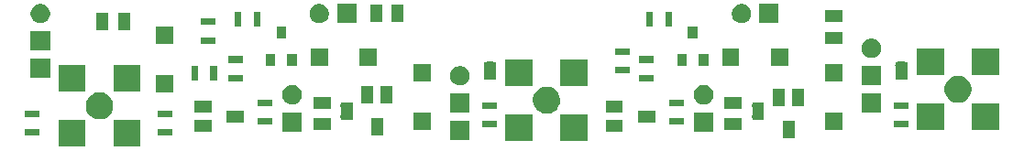
<source format=gbr>
G04 #@! TF.GenerationSoftware,KiCad,Pcbnew,(5.1.4)-1*
G04 #@! TF.CreationDate,2020-05-25T21:58:02+03:00*
G04 #@! TF.ProjectId,naa,6e61612e-6b69-4636-9164-5f7063625858,rev?*
G04 #@! TF.SameCoordinates,Original*
G04 #@! TF.FileFunction,Soldermask,Top*
G04 #@! TF.FilePolarity,Negative*
%FSLAX46Y46*%
G04 Gerber Fmt 4.6, Leading zero omitted, Abs format (unit mm)*
G04 Created by KiCad (PCBNEW (5.1.4)-1) date 2020-05-25 21:58:02*
%MOMM*%
%LPD*%
G04 APERTURE LIST*
%ADD10C,0.100000*%
G04 APERTURE END LIST*
D10*
G36*
X195500000Y-71750000D02*
G01*
X195500000Y-70250000D01*
X196500000Y-70250000D01*
X196500000Y-71750000D01*
X195500000Y-71750000D01*
G37*
X195500000Y-71750000D02*
X195500000Y-70250000D01*
X196500000Y-70250000D01*
X196500000Y-71750000D01*
X195500000Y-71750000D01*
G36*
X183250000Y-74000000D02*
G01*
X183250000Y-75500000D01*
X182250000Y-75500000D01*
X182250000Y-74000000D01*
X183250000Y-74000000D01*
G37*
X183250000Y-74000000D02*
X183250000Y-75500000D01*
X182250000Y-75500000D01*
X182250000Y-74000000D01*
X183250000Y-74000000D01*
G36*
X157500000Y-71750000D02*
G01*
X157500000Y-70250000D01*
X158500000Y-70250000D01*
X158500000Y-71750000D01*
X157500000Y-71750000D01*
G37*
X157500000Y-71750000D02*
X157500000Y-70250000D01*
X158500000Y-70250000D01*
X158500000Y-71750000D01*
X157500000Y-71750000D01*
G36*
X145250000Y-74000000D02*
G01*
X145250000Y-75500000D01*
X144250000Y-75500000D01*
X144250000Y-74000000D01*
X145250000Y-74000000D01*
G37*
X145250000Y-74000000D02*
X145250000Y-75500000D01*
X144250000Y-75500000D01*
X144250000Y-74000000D01*
X145250000Y-74000000D01*
G36*
X125751000Y-78081000D02*
G01*
X123249000Y-78081000D01*
X123249000Y-75579000D01*
X125751000Y-75579000D01*
X125751000Y-78081000D01*
X125751000Y-78081000D01*
G37*
G36*
X120671000Y-78081000D02*
G01*
X118169000Y-78081000D01*
X118169000Y-75579000D01*
X120671000Y-75579000D01*
X120671000Y-78081000D01*
X120671000Y-78081000D01*
G37*
G36*
X161961000Y-77541000D02*
G01*
X159459000Y-77541000D01*
X159459000Y-75039000D01*
X161961000Y-75039000D01*
X161961000Y-77541000D01*
X161961000Y-77541000D01*
G37*
G36*
X167041000Y-77541000D02*
G01*
X164539000Y-77541000D01*
X164539000Y-75039000D01*
X167041000Y-75039000D01*
X167041000Y-77541000D01*
X167041000Y-77541000D01*
G37*
G36*
X156151000Y-77481000D02*
G01*
X154349000Y-77481000D01*
X154349000Y-75679000D01*
X156151000Y-75679000D01*
X156151000Y-77481000D01*
X156151000Y-77481000D01*
G37*
G36*
X186151000Y-77301000D02*
G01*
X185049000Y-77301000D01*
X185049000Y-75699000D01*
X186151000Y-75699000D01*
X186151000Y-77301000D01*
X186151000Y-77301000D01*
G37*
G36*
X148151000Y-77051000D02*
G01*
X147049000Y-77051000D01*
X147049000Y-75449000D01*
X148151000Y-75449000D01*
X148151000Y-77051000D01*
X148151000Y-77051000D01*
G37*
G36*
X116426000Y-77051000D02*
G01*
X115074000Y-77051000D01*
X115074000Y-76449000D01*
X116426000Y-76449000D01*
X116426000Y-77051000D01*
X116426000Y-77051000D01*
G37*
G36*
X128676000Y-77051000D02*
G01*
X127324000Y-77051000D01*
X127324000Y-76449000D01*
X128676000Y-76449000D01*
X128676000Y-77051000D01*
X128676000Y-77051000D01*
G37*
G36*
X170301000Y-76701000D02*
G01*
X168699000Y-76701000D01*
X168699000Y-75599000D01*
X170301000Y-75599000D01*
X170301000Y-76701000D01*
X170301000Y-76701000D01*
G37*
G36*
X132301000Y-76701000D02*
G01*
X130699000Y-76701000D01*
X130699000Y-75599000D01*
X132301000Y-75599000D01*
X132301000Y-76701000D01*
X132301000Y-76701000D01*
G37*
G36*
X140651000Y-76691000D02*
G01*
X138849000Y-76691000D01*
X138849000Y-74889000D01*
X140651000Y-74889000D01*
X140651000Y-76691000D01*
X140651000Y-76691000D01*
G37*
G36*
X178651000Y-76691000D02*
G01*
X176849000Y-76691000D01*
X176849000Y-74889000D01*
X178651000Y-74889000D01*
X178651000Y-76691000D01*
X178651000Y-76691000D01*
G37*
G36*
X181301000Y-76551000D02*
G01*
X179699000Y-76551000D01*
X179699000Y-75449000D01*
X181301000Y-75449000D01*
X181301000Y-76551000D01*
X181301000Y-76551000D01*
G37*
G36*
X190551000Y-76551000D02*
G01*
X188949000Y-76551000D01*
X188949000Y-74949000D01*
X190551000Y-74949000D01*
X190551000Y-76551000D01*
X190551000Y-76551000D01*
G37*
G36*
X143301000Y-76551000D02*
G01*
X141699000Y-76551000D01*
X141699000Y-75449000D01*
X143301000Y-75449000D01*
X143301000Y-76551000D01*
X143301000Y-76551000D01*
G37*
G36*
X152551000Y-76551000D02*
G01*
X150949000Y-76551000D01*
X150949000Y-74949000D01*
X152551000Y-74949000D01*
X152551000Y-76551000D01*
X152551000Y-76551000D01*
G37*
G36*
X199961000Y-76541000D02*
G01*
X197459000Y-76541000D01*
X197459000Y-74039000D01*
X199961000Y-74039000D01*
X199961000Y-76541000D01*
X199961000Y-76541000D01*
G37*
G36*
X205041000Y-76541000D02*
G01*
X202539000Y-76541000D01*
X202539000Y-74039000D01*
X205041000Y-74039000D01*
X205041000Y-76541000D01*
X205041000Y-76541000D01*
G37*
G36*
X196676000Y-76301000D02*
G01*
X195324000Y-76301000D01*
X195324000Y-75699000D01*
X196676000Y-75699000D01*
X196676000Y-76301000D01*
X196676000Y-76301000D01*
G37*
G36*
X158676000Y-76301000D02*
G01*
X157324000Y-76301000D01*
X157324000Y-75699000D01*
X158676000Y-75699000D01*
X158676000Y-76301000D01*
X158676000Y-76301000D01*
G37*
G36*
X175926000Y-76051000D02*
G01*
X174574000Y-76051000D01*
X174574000Y-75449000D01*
X175926000Y-75449000D01*
X175926000Y-76051000D01*
X175926000Y-76051000D01*
G37*
G36*
X137926000Y-76051000D02*
G01*
X136574000Y-76051000D01*
X136574000Y-75449000D01*
X137926000Y-75449000D01*
X137926000Y-76051000D01*
X137926000Y-76051000D01*
G37*
G36*
X135301000Y-75801000D02*
G01*
X133699000Y-75801000D01*
X133699000Y-74699000D01*
X135301000Y-74699000D01*
X135301000Y-75801000D01*
X135301000Y-75801000D01*
G37*
G36*
X173301000Y-75801000D02*
G01*
X171699000Y-75801000D01*
X171699000Y-74699000D01*
X173301000Y-74699000D01*
X173301000Y-75801000D01*
X173301000Y-75801000D01*
G37*
G36*
X145059004Y-74953355D02*
G01*
X145087376Y-74961962D01*
X145115745Y-74970567D01*
X145115747Y-74970568D01*
X145168031Y-74998514D01*
X145168032Y-74998515D01*
X145168036Y-74998517D01*
X145213869Y-75036131D01*
X145251483Y-75081964D01*
X145251485Y-75081968D01*
X145251486Y-75081969D01*
X145279432Y-75134253D01*
X145296645Y-75190996D01*
X145302456Y-75250000D01*
X145296645Y-75309004D01*
X145279432Y-75365747D01*
X145261860Y-75398623D01*
X145251483Y-75418036D01*
X145213869Y-75463869D01*
X145168036Y-75501483D01*
X145168032Y-75501485D01*
X145168031Y-75501486D01*
X145115747Y-75529432D01*
X145115745Y-75529433D01*
X145087375Y-75538039D01*
X145059004Y-75546645D01*
X145014786Y-75551000D01*
X144485214Y-75551000D01*
X144440996Y-75546645D01*
X144412624Y-75538038D01*
X144384255Y-75529433D01*
X144384253Y-75529432D01*
X144331969Y-75501486D01*
X144331968Y-75501485D01*
X144331964Y-75501483D01*
X144286131Y-75463869D01*
X144248517Y-75418036D01*
X144238141Y-75398623D01*
X144220568Y-75365747D01*
X144203355Y-75309004D01*
X144197544Y-75250000D01*
X144203355Y-75190996D01*
X144220568Y-75134253D01*
X144248514Y-75081969D01*
X144248515Y-75081968D01*
X144248517Y-75081964D01*
X144286131Y-75036131D01*
X144331964Y-74998517D01*
X144331968Y-74998515D01*
X144331969Y-74998514D01*
X144384253Y-74970568D01*
X144384255Y-74970567D01*
X144412624Y-74961962D01*
X144440996Y-74953355D01*
X144485214Y-74949000D01*
X145014786Y-74949000D01*
X145059004Y-74953355D01*
X145059004Y-74953355D01*
G37*
G36*
X183059004Y-74953355D02*
G01*
X183087376Y-74961962D01*
X183115745Y-74970567D01*
X183115747Y-74970568D01*
X183168031Y-74998514D01*
X183168032Y-74998515D01*
X183168036Y-74998517D01*
X183213869Y-75036131D01*
X183251483Y-75081964D01*
X183251485Y-75081968D01*
X183251486Y-75081969D01*
X183279432Y-75134253D01*
X183296645Y-75190996D01*
X183302456Y-75250000D01*
X183296645Y-75309004D01*
X183279432Y-75365747D01*
X183261860Y-75398623D01*
X183251483Y-75418036D01*
X183213869Y-75463869D01*
X183168036Y-75501483D01*
X183168032Y-75501485D01*
X183168031Y-75501486D01*
X183115747Y-75529432D01*
X183115745Y-75529433D01*
X183087375Y-75538039D01*
X183059004Y-75546645D01*
X183014786Y-75551000D01*
X182485214Y-75551000D01*
X182440996Y-75546645D01*
X182412624Y-75538038D01*
X182384255Y-75529433D01*
X182384253Y-75529432D01*
X182331969Y-75501486D01*
X182331968Y-75501485D01*
X182331964Y-75501483D01*
X182286131Y-75463869D01*
X182248517Y-75418036D01*
X182238141Y-75398623D01*
X182220568Y-75365747D01*
X182203355Y-75309004D01*
X182197544Y-75250000D01*
X182203355Y-75190996D01*
X182220568Y-75134253D01*
X182248514Y-75081969D01*
X182248515Y-75081968D01*
X182248517Y-75081964D01*
X182286131Y-75036131D01*
X182331964Y-74998517D01*
X182331968Y-74998515D01*
X182331969Y-74998514D01*
X182384253Y-74970568D01*
X182384255Y-74970567D01*
X182412624Y-74961962D01*
X182440996Y-74953355D01*
X182485214Y-74949000D01*
X183014786Y-74949000D01*
X183059004Y-74953355D01*
X183059004Y-74953355D01*
G37*
G36*
X122324903Y-73087075D02*
G01*
X122504000Y-73161259D01*
X122552571Y-73181378D01*
X122757466Y-73318285D01*
X122931715Y-73492534D01*
X123021420Y-73626787D01*
X123068623Y-73697431D01*
X123162925Y-73925097D01*
X123211000Y-74166786D01*
X123211000Y-74413214D01*
X123183593Y-74551000D01*
X123162925Y-74654903D01*
X123068622Y-74882571D01*
X122931715Y-75087466D01*
X122757466Y-75261715D01*
X122552571Y-75398622D01*
X122552570Y-75398623D01*
X122552569Y-75398623D01*
X122324903Y-75492925D01*
X122083214Y-75541000D01*
X121836786Y-75541000D01*
X121595097Y-75492925D01*
X121367431Y-75398623D01*
X121367430Y-75398623D01*
X121367429Y-75398622D01*
X121162534Y-75261715D01*
X120988285Y-75087466D01*
X120851378Y-74882571D01*
X120757075Y-74654903D01*
X120736407Y-74551000D01*
X120709000Y-74413214D01*
X120709000Y-74166786D01*
X120757075Y-73925097D01*
X120851377Y-73697431D01*
X120898580Y-73626787D01*
X120988285Y-73492534D01*
X121162534Y-73318285D01*
X121367429Y-73181378D01*
X121416001Y-73161259D01*
X121595097Y-73087075D01*
X121836786Y-73039000D01*
X122083214Y-73039000D01*
X122324903Y-73087075D01*
X122324903Y-73087075D01*
G37*
G36*
X128676000Y-75301000D02*
G01*
X127324000Y-75301000D01*
X127324000Y-74699000D01*
X128676000Y-74699000D01*
X128676000Y-75301000D01*
X128676000Y-75301000D01*
G37*
G36*
X116426000Y-75301000D02*
G01*
X115074000Y-75301000D01*
X115074000Y-74699000D01*
X116426000Y-74699000D01*
X116426000Y-75301000D01*
X116426000Y-75301000D01*
G37*
G36*
X163614903Y-72547075D02*
G01*
X163842571Y-72641378D01*
X164047466Y-72778285D01*
X164221715Y-72952534D01*
X164330207Y-73114903D01*
X164358623Y-73157431D01*
X164452925Y-73385097D01*
X164501000Y-73626786D01*
X164501000Y-73873214D01*
X164468023Y-74039000D01*
X164452925Y-74114903D01*
X164358622Y-74342571D01*
X164221715Y-74547466D01*
X164047466Y-74721715D01*
X163842571Y-74858622D01*
X163842570Y-74858623D01*
X163842569Y-74858623D01*
X163614903Y-74952925D01*
X163373214Y-75001000D01*
X163126786Y-75001000D01*
X162885097Y-74952925D01*
X162657431Y-74858623D01*
X162657430Y-74858623D01*
X162657429Y-74858622D01*
X162452534Y-74721715D01*
X162278285Y-74547466D01*
X162141378Y-74342571D01*
X162047075Y-74114903D01*
X162031977Y-74039000D01*
X161999000Y-73873214D01*
X161999000Y-73626786D01*
X162047075Y-73385097D01*
X162141377Y-73157431D01*
X162169793Y-73114903D01*
X162278285Y-72952534D01*
X162452534Y-72778285D01*
X162657429Y-72641378D01*
X162885097Y-72547075D01*
X163126786Y-72499000D01*
X163373214Y-72499000D01*
X163614903Y-72547075D01*
X163614903Y-72547075D01*
G37*
G36*
X156151000Y-74941000D02*
G01*
X154349000Y-74941000D01*
X154349000Y-73139000D01*
X156151000Y-73139000D01*
X156151000Y-74941000D01*
X156151000Y-74941000D01*
G37*
G36*
X194151000Y-74941000D02*
G01*
X192349000Y-74941000D01*
X192349000Y-73139000D01*
X194151000Y-73139000D01*
X194151000Y-74941000D01*
X194151000Y-74941000D01*
G37*
G36*
X170301000Y-74901000D02*
G01*
X168699000Y-74901000D01*
X168699000Y-73799000D01*
X170301000Y-73799000D01*
X170301000Y-74901000D01*
X170301000Y-74901000D01*
G37*
G36*
X132301000Y-74901000D02*
G01*
X130699000Y-74901000D01*
X130699000Y-73799000D01*
X132301000Y-73799000D01*
X132301000Y-74901000D01*
X132301000Y-74901000D01*
G37*
G36*
X183059004Y-73953355D02*
G01*
X183087375Y-73961961D01*
X183115745Y-73970567D01*
X183115747Y-73970568D01*
X183168031Y-73998514D01*
X183168032Y-73998515D01*
X183168036Y-73998517D01*
X183213869Y-74036131D01*
X183251483Y-74081964D01*
X183251485Y-74081968D01*
X183251486Y-74081969D01*
X183279432Y-74134253D01*
X183296645Y-74190996D01*
X183302456Y-74250000D01*
X183296645Y-74309004D01*
X183296644Y-74309006D01*
X183286463Y-74342571D01*
X183279432Y-74365747D01*
X183254061Y-74413214D01*
X183251483Y-74418036D01*
X183213869Y-74463869D01*
X183168036Y-74501483D01*
X183168032Y-74501485D01*
X183168031Y-74501486D01*
X183115747Y-74529432D01*
X183115745Y-74529433D01*
X183087376Y-74538038D01*
X183059004Y-74546645D01*
X183014786Y-74551000D01*
X182485214Y-74551000D01*
X182440996Y-74546645D01*
X182412624Y-74538038D01*
X182384255Y-74529433D01*
X182384253Y-74529432D01*
X182331969Y-74501486D01*
X182331968Y-74501485D01*
X182331964Y-74501483D01*
X182286131Y-74463869D01*
X182248517Y-74418036D01*
X182245940Y-74413214D01*
X182220568Y-74365747D01*
X182213538Y-74342571D01*
X182203356Y-74309006D01*
X182203355Y-74309004D01*
X182197544Y-74250000D01*
X182203355Y-74190996D01*
X182220568Y-74134253D01*
X182248514Y-74081969D01*
X182248515Y-74081968D01*
X182248517Y-74081964D01*
X182286131Y-74036131D01*
X182331964Y-73998517D01*
X182331968Y-73998515D01*
X182331969Y-73998514D01*
X182384253Y-73970568D01*
X182384255Y-73970567D01*
X182412624Y-73961962D01*
X182440996Y-73953355D01*
X182485214Y-73949000D01*
X183014786Y-73949000D01*
X183059004Y-73953355D01*
X183059004Y-73953355D01*
G37*
G36*
X181301000Y-74551000D02*
G01*
X179699000Y-74551000D01*
X179699000Y-73449000D01*
X181301000Y-73449000D01*
X181301000Y-74551000D01*
X181301000Y-74551000D01*
G37*
G36*
X158676000Y-74551000D02*
G01*
X157324000Y-74551000D01*
X157324000Y-73949000D01*
X158676000Y-73949000D01*
X158676000Y-74551000D01*
X158676000Y-74551000D01*
G37*
G36*
X143301000Y-74551000D02*
G01*
X141699000Y-74551000D01*
X141699000Y-73449000D01*
X143301000Y-73449000D01*
X143301000Y-74551000D01*
X143301000Y-74551000D01*
G37*
G36*
X145059004Y-73953355D02*
G01*
X145087375Y-73961961D01*
X145115745Y-73970567D01*
X145115747Y-73970568D01*
X145168031Y-73998514D01*
X145168032Y-73998515D01*
X145168036Y-73998517D01*
X145213869Y-74036131D01*
X145251483Y-74081964D01*
X145251485Y-74081968D01*
X145251486Y-74081969D01*
X145279432Y-74134253D01*
X145296645Y-74190996D01*
X145302456Y-74250000D01*
X145296645Y-74309004D01*
X145296644Y-74309006D01*
X145286463Y-74342571D01*
X145279432Y-74365747D01*
X145254061Y-74413214D01*
X145251483Y-74418036D01*
X145213869Y-74463869D01*
X145168036Y-74501483D01*
X145168032Y-74501485D01*
X145168031Y-74501486D01*
X145115747Y-74529432D01*
X145115745Y-74529433D01*
X145087376Y-74538038D01*
X145059004Y-74546645D01*
X145014786Y-74551000D01*
X144485214Y-74551000D01*
X144440996Y-74546645D01*
X144412624Y-74538038D01*
X144384255Y-74529433D01*
X144384253Y-74529432D01*
X144331969Y-74501486D01*
X144331968Y-74501485D01*
X144331964Y-74501483D01*
X144286131Y-74463869D01*
X144248517Y-74418036D01*
X144245940Y-74413214D01*
X144220568Y-74365747D01*
X144213538Y-74342571D01*
X144203356Y-74309006D01*
X144203355Y-74309004D01*
X144197544Y-74250000D01*
X144203355Y-74190996D01*
X144220568Y-74134253D01*
X144248514Y-74081969D01*
X144248515Y-74081968D01*
X144248517Y-74081964D01*
X144286131Y-74036131D01*
X144331964Y-73998517D01*
X144331968Y-73998515D01*
X144331969Y-73998514D01*
X144384253Y-73970568D01*
X144384255Y-73970567D01*
X144412624Y-73961962D01*
X144440996Y-73953355D01*
X144485214Y-73949000D01*
X145014786Y-73949000D01*
X145059004Y-73953355D01*
X145059004Y-73953355D01*
G37*
G36*
X196676000Y-74551000D02*
G01*
X195324000Y-74551000D01*
X195324000Y-73949000D01*
X196676000Y-73949000D01*
X196676000Y-74551000D01*
X196676000Y-74551000D01*
G37*
G36*
X175926000Y-74301000D02*
G01*
X174574000Y-74301000D01*
X174574000Y-73699000D01*
X175926000Y-73699000D01*
X175926000Y-74301000D01*
X175926000Y-74301000D01*
G37*
G36*
X187051000Y-74301000D02*
G01*
X185949000Y-74301000D01*
X185949000Y-72699000D01*
X187051000Y-72699000D01*
X187051000Y-74301000D01*
X187051000Y-74301000D01*
G37*
G36*
X137926000Y-74301000D02*
G01*
X136574000Y-74301000D01*
X136574000Y-73699000D01*
X137926000Y-73699000D01*
X137926000Y-74301000D01*
X137926000Y-74301000D01*
G37*
G36*
X185251000Y-74301000D02*
G01*
X184149000Y-74301000D01*
X184149000Y-72699000D01*
X185251000Y-72699000D01*
X185251000Y-74301000D01*
X185251000Y-74301000D01*
G37*
G36*
X177863512Y-72353927D02*
G01*
X178012812Y-72383624D01*
X178176784Y-72451544D01*
X178324354Y-72550147D01*
X178449853Y-72675646D01*
X178548456Y-72823216D01*
X178616376Y-72987188D01*
X178651000Y-73161259D01*
X178651000Y-73338741D01*
X178616376Y-73512812D01*
X178548456Y-73676784D01*
X178449853Y-73824354D01*
X178324354Y-73949853D01*
X178176784Y-74048456D01*
X178012812Y-74116376D01*
X177863512Y-74146073D01*
X177838742Y-74151000D01*
X177661258Y-74151000D01*
X177636488Y-74146073D01*
X177487188Y-74116376D01*
X177323216Y-74048456D01*
X177175646Y-73949853D01*
X177050147Y-73824354D01*
X176951544Y-73676784D01*
X176883624Y-73512812D01*
X176849000Y-73338741D01*
X176849000Y-73161259D01*
X176883624Y-72987188D01*
X176951544Y-72823216D01*
X177050147Y-72675646D01*
X177175646Y-72550147D01*
X177323216Y-72451544D01*
X177487188Y-72383624D01*
X177636488Y-72353927D01*
X177661258Y-72349000D01*
X177838742Y-72349000D01*
X177863512Y-72353927D01*
X177863512Y-72353927D01*
G37*
G36*
X139863512Y-72353927D02*
G01*
X140012812Y-72383624D01*
X140176784Y-72451544D01*
X140324354Y-72550147D01*
X140449853Y-72675646D01*
X140548456Y-72823216D01*
X140616376Y-72987188D01*
X140651000Y-73161259D01*
X140651000Y-73338741D01*
X140616376Y-73512812D01*
X140548456Y-73676784D01*
X140449853Y-73824354D01*
X140324354Y-73949853D01*
X140176784Y-74048456D01*
X140012812Y-74116376D01*
X139863512Y-74146073D01*
X139838742Y-74151000D01*
X139661258Y-74151000D01*
X139636488Y-74146073D01*
X139487188Y-74116376D01*
X139323216Y-74048456D01*
X139175646Y-73949853D01*
X139050147Y-73824354D01*
X138951544Y-73676784D01*
X138883624Y-73512812D01*
X138849000Y-73338741D01*
X138849000Y-73161259D01*
X138883624Y-72987188D01*
X138951544Y-72823216D01*
X139050147Y-72675646D01*
X139175646Y-72550147D01*
X139323216Y-72451544D01*
X139487188Y-72383624D01*
X139636488Y-72353927D01*
X139661258Y-72349000D01*
X139838742Y-72349000D01*
X139863512Y-72353927D01*
X139863512Y-72353927D01*
G37*
G36*
X147251000Y-74051000D02*
G01*
X146149000Y-74051000D01*
X146149000Y-72449000D01*
X147251000Y-72449000D01*
X147251000Y-74051000D01*
X147251000Y-74051000D01*
G37*
G36*
X149051000Y-74051000D02*
G01*
X147949000Y-74051000D01*
X147949000Y-72449000D01*
X149051000Y-72449000D01*
X149051000Y-74051000D01*
X149051000Y-74051000D01*
G37*
G36*
X201614903Y-71547075D02*
G01*
X201780688Y-71615745D01*
X201842571Y-71641378D01*
X202047466Y-71778285D01*
X202221715Y-71952534D01*
X202221716Y-71952536D01*
X202358623Y-72157431D01*
X202452925Y-72385097D01*
X202501000Y-72626786D01*
X202501000Y-72873214D01*
X202452925Y-73114903D01*
X202360209Y-73338741D01*
X202358622Y-73342571D01*
X202221715Y-73547466D01*
X202047466Y-73721715D01*
X201842571Y-73858622D01*
X201842570Y-73858623D01*
X201842569Y-73858623D01*
X201614903Y-73952925D01*
X201373214Y-74001000D01*
X201126786Y-74001000D01*
X200885097Y-73952925D01*
X200657431Y-73858623D01*
X200657430Y-73858623D01*
X200657429Y-73858622D01*
X200452534Y-73721715D01*
X200278285Y-73547466D01*
X200141378Y-73342571D01*
X200139792Y-73338741D01*
X200047075Y-73114903D01*
X199999000Y-72873214D01*
X199999000Y-72626786D01*
X200047075Y-72385097D01*
X200141377Y-72157431D01*
X200278284Y-71952536D01*
X200278285Y-71952534D01*
X200452534Y-71778285D01*
X200657429Y-71641378D01*
X200719313Y-71615745D01*
X200885097Y-71547075D01*
X201126786Y-71499000D01*
X201373214Y-71499000D01*
X201614903Y-71547075D01*
X201614903Y-71547075D01*
G37*
G36*
X128801000Y-73051000D02*
G01*
X127199000Y-73051000D01*
X127199000Y-71449000D01*
X128801000Y-71449000D01*
X128801000Y-73051000D01*
X128801000Y-73051000D01*
G37*
G36*
X125751000Y-73001000D02*
G01*
X123249000Y-73001000D01*
X123249000Y-70499000D01*
X125751000Y-70499000D01*
X125751000Y-73001000D01*
X125751000Y-73001000D01*
G37*
G36*
X120671000Y-73001000D02*
G01*
X118169000Y-73001000D01*
X118169000Y-70499000D01*
X120671000Y-70499000D01*
X120671000Y-73001000D01*
X120671000Y-73001000D01*
G37*
G36*
X167041000Y-72461000D02*
G01*
X164539000Y-72461000D01*
X164539000Y-69959000D01*
X167041000Y-69959000D01*
X167041000Y-72461000D01*
X167041000Y-72461000D01*
G37*
G36*
X161961000Y-72461000D02*
G01*
X159459000Y-72461000D01*
X159459000Y-69959000D01*
X161961000Y-69959000D01*
X161961000Y-72461000D01*
X161961000Y-72461000D01*
G37*
G36*
X155363512Y-70603927D02*
G01*
X155512812Y-70633624D01*
X155676784Y-70701544D01*
X155824354Y-70800147D01*
X155949853Y-70925646D01*
X156048456Y-71073216D01*
X156116376Y-71237188D01*
X156151000Y-71411259D01*
X156151000Y-71588741D01*
X156116376Y-71762812D01*
X156048456Y-71926784D01*
X155949853Y-72074354D01*
X155824354Y-72199853D01*
X155676784Y-72298456D01*
X155512812Y-72366376D01*
X155363512Y-72396073D01*
X155338742Y-72401000D01*
X155161258Y-72401000D01*
X155136488Y-72396073D01*
X154987188Y-72366376D01*
X154823216Y-72298456D01*
X154675646Y-72199853D01*
X154550147Y-72074354D01*
X154451544Y-71926784D01*
X154383624Y-71762812D01*
X154349000Y-71588741D01*
X154349000Y-71411259D01*
X154383624Y-71237188D01*
X154451544Y-71073216D01*
X154550147Y-70925646D01*
X154675646Y-70800147D01*
X154823216Y-70701544D01*
X154987188Y-70633624D01*
X155136488Y-70603927D01*
X155161258Y-70599000D01*
X155338742Y-70599000D01*
X155363512Y-70603927D01*
X155363512Y-70603927D01*
G37*
G36*
X194151000Y-72401000D02*
G01*
X192349000Y-72401000D01*
X192349000Y-70599000D01*
X194151000Y-70599000D01*
X194151000Y-72401000D01*
X194151000Y-72401000D01*
G37*
G36*
X152551000Y-72051000D02*
G01*
X150949000Y-72051000D01*
X150949000Y-70449000D01*
X152551000Y-70449000D01*
X152551000Y-72051000D01*
X152551000Y-72051000D01*
G37*
G36*
X190551000Y-72051000D02*
G01*
X188949000Y-72051000D01*
X188949000Y-70449000D01*
X190551000Y-70449000D01*
X190551000Y-72051000D01*
X190551000Y-72051000D01*
G37*
G36*
X135176000Y-72051000D02*
G01*
X133824000Y-72051000D01*
X133824000Y-71449000D01*
X135176000Y-71449000D01*
X135176000Y-72051000D01*
X135176000Y-72051000D01*
G37*
G36*
X173176000Y-72051000D02*
G01*
X171824000Y-72051000D01*
X171824000Y-71449000D01*
X173176000Y-71449000D01*
X173176000Y-72051000D01*
X173176000Y-72051000D01*
G37*
G36*
X131051000Y-71926000D02*
G01*
X130449000Y-71926000D01*
X130449000Y-70574000D01*
X131051000Y-70574000D01*
X131051000Y-71926000D01*
X131051000Y-71926000D01*
G37*
G36*
X132801000Y-71926000D02*
G01*
X132199000Y-71926000D01*
X132199000Y-70574000D01*
X132801000Y-70574000D01*
X132801000Y-71926000D01*
X132801000Y-71926000D01*
G37*
G36*
X158309004Y-71203355D02*
G01*
X158337376Y-71211962D01*
X158365745Y-71220567D01*
X158365747Y-71220568D01*
X158418031Y-71248514D01*
X158418032Y-71248515D01*
X158418036Y-71248517D01*
X158463869Y-71286131D01*
X158501483Y-71331964D01*
X158501485Y-71331968D01*
X158501486Y-71331969D01*
X158529432Y-71384253D01*
X158546645Y-71440996D01*
X158552456Y-71500000D01*
X158546645Y-71559004D01*
X158529432Y-71615747D01*
X158515733Y-71641377D01*
X158501483Y-71668036D01*
X158463869Y-71713869D01*
X158418036Y-71751483D01*
X158418032Y-71751485D01*
X158418031Y-71751486D01*
X158396843Y-71762811D01*
X158365745Y-71779433D01*
X158337376Y-71788038D01*
X158309004Y-71796645D01*
X158264786Y-71801000D01*
X157735214Y-71801000D01*
X157690996Y-71796645D01*
X157662625Y-71788039D01*
X157634255Y-71779433D01*
X157603157Y-71762811D01*
X157581969Y-71751486D01*
X157581968Y-71751485D01*
X157581964Y-71751483D01*
X157536131Y-71713869D01*
X157498517Y-71668036D01*
X157484268Y-71641377D01*
X157470568Y-71615747D01*
X157453355Y-71559004D01*
X157447544Y-71500000D01*
X157453355Y-71440996D01*
X157470568Y-71384253D01*
X157498514Y-71331969D01*
X157498515Y-71331968D01*
X157498517Y-71331964D01*
X157536131Y-71286131D01*
X157581964Y-71248517D01*
X157581968Y-71248515D01*
X157581969Y-71248514D01*
X157634253Y-71220568D01*
X157634255Y-71220567D01*
X157662624Y-71211962D01*
X157690996Y-71203355D01*
X157735214Y-71199000D01*
X158264786Y-71199000D01*
X158309004Y-71203355D01*
X158309004Y-71203355D01*
G37*
G36*
X196309004Y-71203355D02*
G01*
X196337376Y-71211962D01*
X196365745Y-71220567D01*
X196365747Y-71220568D01*
X196418031Y-71248514D01*
X196418032Y-71248515D01*
X196418036Y-71248517D01*
X196463869Y-71286131D01*
X196501483Y-71331964D01*
X196501485Y-71331968D01*
X196501486Y-71331969D01*
X196529432Y-71384253D01*
X196546645Y-71440996D01*
X196552456Y-71500000D01*
X196546645Y-71559004D01*
X196529432Y-71615747D01*
X196515733Y-71641377D01*
X196501483Y-71668036D01*
X196463869Y-71713869D01*
X196418036Y-71751483D01*
X196418032Y-71751485D01*
X196418031Y-71751486D01*
X196396843Y-71762811D01*
X196365745Y-71779433D01*
X196337376Y-71788038D01*
X196309004Y-71796645D01*
X196264786Y-71801000D01*
X195735214Y-71801000D01*
X195690996Y-71796645D01*
X195662625Y-71788039D01*
X195634255Y-71779433D01*
X195603157Y-71762811D01*
X195581969Y-71751486D01*
X195581968Y-71751485D01*
X195581964Y-71751483D01*
X195536131Y-71713869D01*
X195498517Y-71668036D01*
X195484268Y-71641377D01*
X195470568Y-71615747D01*
X195453355Y-71559004D01*
X195447544Y-71500000D01*
X195453355Y-71440996D01*
X195470568Y-71384253D01*
X195498514Y-71331969D01*
X195498515Y-71331968D01*
X195498517Y-71331964D01*
X195536131Y-71286131D01*
X195581964Y-71248517D01*
X195581968Y-71248515D01*
X195581969Y-71248514D01*
X195634253Y-71220568D01*
X195634255Y-71220567D01*
X195662624Y-71211962D01*
X195690996Y-71203355D01*
X195735214Y-71199000D01*
X196264786Y-71199000D01*
X196309004Y-71203355D01*
X196309004Y-71203355D01*
G37*
G36*
X117401000Y-71731000D02*
G01*
X115599000Y-71731000D01*
X115599000Y-69929000D01*
X117401000Y-69929000D01*
X117401000Y-71731000D01*
X117401000Y-71731000D01*
G37*
G36*
X199961000Y-71461000D02*
G01*
X197459000Y-71461000D01*
X197459000Y-68959000D01*
X199961000Y-68959000D01*
X199961000Y-71461000D01*
X199961000Y-71461000D01*
G37*
G36*
X205041000Y-71461000D02*
G01*
X202539000Y-71461000D01*
X202539000Y-68959000D01*
X205041000Y-68959000D01*
X205041000Y-71461000D01*
X205041000Y-71461000D01*
G37*
G36*
X170926000Y-71301000D02*
G01*
X169574000Y-71301000D01*
X169574000Y-70699000D01*
X170926000Y-70699000D01*
X170926000Y-71301000D01*
X170926000Y-71301000D01*
G37*
G36*
X158309004Y-70203355D02*
G01*
X158337376Y-70211962D01*
X158365745Y-70220567D01*
X158365747Y-70220568D01*
X158418031Y-70248514D01*
X158418032Y-70248515D01*
X158418036Y-70248517D01*
X158463869Y-70286131D01*
X158501483Y-70331964D01*
X158501485Y-70331968D01*
X158501486Y-70331969D01*
X158529432Y-70384253D01*
X158546645Y-70440996D01*
X158552456Y-70500000D01*
X158546645Y-70559004D01*
X158546644Y-70559006D01*
X158529433Y-70615745D01*
X158501483Y-70668036D01*
X158463869Y-70713869D01*
X158418036Y-70751483D01*
X158418032Y-70751485D01*
X158418031Y-70751486D01*
X158365747Y-70779432D01*
X158365745Y-70779433D01*
X158337375Y-70788039D01*
X158309004Y-70796645D01*
X158264786Y-70801000D01*
X157735214Y-70801000D01*
X157690996Y-70796645D01*
X157662624Y-70788038D01*
X157634255Y-70779433D01*
X157634253Y-70779432D01*
X157581969Y-70751486D01*
X157581968Y-70751485D01*
X157581964Y-70751483D01*
X157536131Y-70713869D01*
X157498517Y-70668036D01*
X157470567Y-70615745D01*
X157453356Y-70559006D01*
X157453355Y-70559004D01*
X157447544Y-70500000D01*
X157453355Y-70440996D01*
X157470568Y-70384253D01*
X157498514Y-70331969D01*
X157498515Y-70331968D01*
X157498517Y-70331964D01*
X157536131Y-70286131D01*
X157581964Y-70248517D01*
X157581968Y-70248515D01*
X157581969Y-70248514D01*
X157634253Y-70220568D01*
X157634255Y-70220567D01*
X157662624Y-70211962D01*
X157690996Y-70203355D01*
X157735214Y-70199000D01*
X158264786Y-70199000D01*
X158309004Y-70203355D01*
X158309004Y-70203355D01*
G37*
G36*
X196309004Y-70203355D02*
G01*
X196337376Y-70211962D01*
X196365745Y-70220567D01*
X196365747Y-70220568D01*
X196418031Y-70248514D01*
X196418032Y-70248515D01*
X196418036Y-70248517D01*
X196463869Y-70286131D01*
X196501483Y-70331964D01*
X196501485Y-70331968D01*
X196501486Y-70331969D01*
X196529432Y-70384253D01*
X196546645Y-70440996D01*
X196552456Y-70500000D01*
X196546645Y-70559004D01*
X196546644Y-70559006D01*
X196529433Y-70615745D01*
X196501483Y-70668036D01*
X196463869Y-70713869D01*
X196418036Y-70751483D01*
X196418032Y-70751485D01*
X196418031Y-70751486D01*
X196365747Y-70779432D01*
X196365745Y-70779433D01*
X196337375Y-70788039D01*
X196309004Y-70796645D01*
X196264786Y-70801000D01*
X195735214Y-70801000D01*
X195690996Y-70796645D01*
X195662624Y-70788038D01*
X195634255Y-70779433D01*
X195634253Y-70779432D01*
X195581969Y-70751486D01*
X195581968Y-70751485D01*
X195581964Y-70751483D01*
X195536131Y-70713869D01*
X195498517Y-70668036D01*
X195470567Y-70615745D01*
X195453356Y-70559006D01*
X195453355Y-70559004D01*
X195447544Y-70500000D01*
X195453355Y-70440996D01*
X195470568Y-70384253D01*
X195498514Y-70331969D01*
X195498515Y-70331968D01*
X195498517Y-70331964D01*
X195536131Y-70286131D01*
X195581964Y-70248517D01*
X195581968Y-70248515D01*
X195581969Y-70248514D01*
X195634253Y-70220568D01*
X195634255Y-70220567D01*
X195662624Y-70211962D01*
X195690996Y-70203355D01*
X195735214Y-70199000D01*
X196264786Y-70199000D01*
X196309004Y-70203355D01*
X196309004Y-70203355D01*
G37*
G36*
X176201000Y-70551000D02*
G01*
X175299000Y-70551000D01*
X175299000Y-69449000D01*
X176201000Y-69449000D01*
X176201000Y-70551000D01*
X176201000Y-70551000D01*
G37*
G36*
X147551000Y-70551000D02*
G01*
X145949000Y-70551000D01*
X145949000Y-68949000D01*
X147551000Y-68949000D01*
X147551000Y-70551000D01*
X147551000Y-70551000D01*
G37*
G36*
X185551000Y-70551000D02*
G01*
X183949000Y-70551000D01*
X183949000Y-68949000D01*
X185551000Y-68949000D01*
X185551000Y-70551000D01*
X185551000Y-70551000D01*
G37*
G36*
X181051000Y-70551000D02*
G01*
X179449000Y-70551000D01*
X179449000Y-68949000D01*
X181051000Y-68949000D01*
X181051000Y-70551000D01*
X181051000Y-70551000D01*
G37*
G36*
X138201000Y-70551000D02*
G01*
X137299000Y-70551000D01*
X137299000Y-69449000D01*
X138201000Y-69449000D01*
X138201000Y-70551000D01*
X138201000Y-70551000D01*
G37*
G36*
X140201000Y-70551000D02*
G01*
X139299000Y-70551000D01*
X139299000Y-69449000D01*
X140201000Y-69449000D01*
X140201000Y-70551000D01*
X140201000Y-70551000D01*
G37*
G36*
X178201000Y-70551000D02*
G01*
X177299000Y-70551000D01*
X177299000Y-69449000D01*
X178201000Y-69449000D01*
X178201000Y-70551000D01*
X178201000Y-70551000D01*
G37*
G36*
X143051000Y-70551000D02*
G01*
X141449000Y-70551000D01*
X141449000Y-68949000D01*
X143051000Y-68949000D01*
X143051000Y-70551000D01*
X143051000Y-70551000D01*
G37*
G36*
X135176000Y-70301000D02*
G01*
X133824000Y-70301000D01*
X133824000Y-69699000D01*
X135176000Y-69699000D01*
X135176000Y-70301000D01*
X135176000Y-70301000D01*
G37*
G36*
X173176000Y-70301000D02*
G01*
X171824000Y-70301000D01*
X171824000Y-69699000D01*
X173176000Y-69699000D01*
X173176000Y-70301000D01*
X173176000Y-70301000D01*
G37*
G36*
X193363512Y-68063927D02*
G01*
X193512812Y-68093624D01*
X193676784Y-68161544D01*
X193824354Y-68260147D01*
X193949853Y-68385646D01*
X194048456Y-68533216D01*
X194116376Y-68697188D01*
X194151000Y-68871259D01*
X194151000Y-69048741D01*
X194116376Y-69222812D01*
X194048456Y-69386784D01*
X193949853Y-69534354D01*
X193824354Y-69659853D01*
X193676784Y-69758456D01*
X193512812Y-69826376D01*
X193363512Y-69856073D01*
X193338742Y-69861000D01*
X193161258Y-69861000D01*
X193136488Y-69856073D01*
X192987188Y-69826376D01*
X192823216Y-69758456D01*
X192675646Y-69659853D01*
X192550147Y-69534354D01*
X192451544Y-69386784D01*
X192383624Y-69222812D01*
X192349000Y-69048741D01*
X192349000Y-68871259D01*
X192383624Y-68697188D01*
X192451544Y-68533216D01*
X192550147Y-68385646D01*
X192675646Y-68260147D01*
X192823216Y-68161544D01*
X192987188Y-68093624D01*
X193136488Y-68063927D01*
X193161258Y-68059000D01*
X193338742Y-68059000D01*
X193363512Y-68063927D01*
X193363512Y-68063927D01*
G37*
G36*
X170926000Y-69551000D02*
G01*
X169574000Y-69551000D01*
X169574000Y-68949000D01*
X170926000Y-68949000D01*
X170926000Y-69551000D01*
X170926000Y-69551000D01*
G37*
G36*
X117401000Y-69191000D02*
G01*
X115599000Y-69191000D01*
X115599000Y-67389000D01*
X117401000Y-67389000D01*
X117401000Y-69191000D01*
X117401000Y-69191000D01*
G37*
G36*
X190551000Y-68551000D02*
G01*
X188949000Y-68551000D01*
X188949000Y-67449000D01*
X190551000Y-67449000D01*
X190551000Y-68551000D01*
X190551000Y-68551000D01*
G37*
G36*
X128801000Y-68551000D02*
G01*
X127199000Y-68551000D01*
X127199000Y-66949000D01*
X128801000Y-66949000D01*
X128801000Y-68551000D01*
X128801000Y-68551000D01*
G37*
G36*
X132676000Y-68551000D02*
G01*
X131324000Y-68551000D01*
X131324000Y-67949000D01*
X132676000Y-67949000D01*
X132676000Y-68551000D01*
X132676000Y-68551000D01*
G37*
G36*
X139201000Y-68051000D02*
G01*
X138299000Y-68051000D01*
X138299000Y-66949000D01*
X139201000Y-66949000D01*
X139201000Y-68051000D01*
X139201000Y-68051000D01*
G37*
G36*
X177201000Y-68051000D02*
G01*
X176299000Y-68051000D01*
X176299000Y-66949000D01*
X177201000Y-66949000D01*
X177201000Y-68051000D01*
X177201000Y-68051000D01*
G37*
G36*
X122801000Y-67301000D02*
G01*
X121699000Y-67301000D01*
X121699000Y-65699000D01*
X122801000Y-65699000D01*
X122801000Y-67301000D01*
X122801000Y-67301000D01*
G37*
G36*
X124801000Y-67301000D02*
G01*
X123699000Y-67301000D01*
X123699000Y-65699000D01*
X124801000Y-65699000D01*
X124801000Y-67301000D01*
X124801000Y-67301000D01*
G37*
G36*
X174801000Y-66926000D02*
G01*
X174199000Y-66926000D01*
X174199000Y-65574000D01*
X174801000Y-65574000D01*
X174801000Y-66926000D01*
X174801000Y-66926000D01*
G37*
G36*
X173051000Y-66926000D02*
G01*
X172449000Y-66926000D01*
X172449000Y-65574000D01*
X173051000Y-65574000D01*
X173051000Y-66926000D01*
X173051000Y-66926000D01*
G37*
G36*
X135051000Y-66926000D02*
G01*
X134449000Y-66926000D01*
X134449000Y-65574000D01*
X135051000Y-65574000D01*
X135051000Y-66926000D01*
X135051000Y-66926000D01*
G37*
G36*
X136801000Y-66926000D02*
G01*
X136199000Y-66926000D01*
X136199000Y-65574000D01*
X136801000Y-65574000D01*
X136801000Y-66926000D01*
X136801000Y-66926000D01*
G37*
G36*
X132676000Y-66801000D02*
G01*
X131324000Y-66801000D01*
X131324000Y-66199000D01*
X132676000Y-66199000D01*
X132676000Y-66801000D01*
X132676000Y-66801000D01*
G37*
G36*
X116613512Y-64853927D02*
G01*
X116762812Y-64883624D01*
X116926784Y-64951544D01*
X117074354Y-65050147D01*
X117199853Y-65175646D01*
X117298456Y-65323216D01*
X117366376Y-65487188D01*
X117401000Y-65661259D01*
X117401000Y-65838741D01*
X117366376Y-66012812D01*
X117298456Y-66176784D01*
X117199853Y-66324354D01*
X117074354Y-66449853D01*
X116926784Y-66548456D01*
X116762812Y-66616376D01*
X116613512Y-66646073D01*
X116588742Y-66651000D01*
X116411258Y-66651000D01*
X116386488Y-66646073D01*
X116237188Y-66616376D01*
X116073216Y-66548456D01*
X115925646Y-66449853D01*
X115800147Y-66324354D01*
X115701544Y-66176784D01*
X115633624Y-66012812D01*
X115599000Y-65838741D01*
X115599000Y-65661259D01*
X115633624Y-65487188D01*
X115701544Y-65323216D01*
X115800147Y-65175646D01*
X115925646Y-65050147D01*
X116073216Y-64951544D01*
X116237188Y-64883624D01*
X116386488Y-64853927D01*
X116411258Y-64849000D01*
X116588742Y-64849000D01*
X116613512Y-64853927D01*
X116613512Y-64853927D01*
G37*
G36*
X181363512Y-64853927D02*
G01*
X181512812Y-64883624D01*
X181676784Y-64951544D01*
X181824354Y-65050147D01*
X181949853Y-65175646D01*
X182048456Y-65323216D01*
X182116376Y-65487188D01*
X182151000Y-65661259D01*
X182151000Y-65838741D01*
X182116376Y-66012812D01*
X182048456Y-66176784D01*
X181949853Y-66324354D01*
X181824354Y-66449853D01*
X181676784Y-66548456D01*
X181512812Y-66616376D01*
X181363512Y-66646073D01*
X181338742Y-66651000D01*
X181161258Y-66651000D01*
X181136488Y-66646073D01*
X180987188Y-66616376D01*
X180823216Y-66548456D01*
X180675646Y-66449853D01*
X180550147Y-66324354D01*
X180451544Y-66176784D01*
X180383624Y-66012812D01*
X180349000Y-65838741D01*
X180349000Y-65661259D01*
X180383624Y-65487188D01*
X180451544Y-65323216D01*
X180550147Y-65175646D01*
X180675646Y-65050147D01*
X180823216Y-64951544D01*
X180987188Y-64883624D01*
X181136488Y-64853927D01*
X181161258Y-64849000D01*
X181338742Y-64849000D01*
X181363512Y-64853927D01*
X181363512Y-64853927D01*
G37*
G36*
X184691000Y-66651000D02*
G01*
X182889000Y-66651000D01*
X182889000Y-64849000D01*
X184691000Y-64849000D01*
X184691000Y-66651000D01*
X184691000Y-66651000D01*
G37*
G36*
X145691000Y-66651000D02*
G01*
X143889000Y-66651000D01*
X143889000Y-64849000D01*
X145691000Y-64849000D01*
X145691000Y-66651000D01*
X145691000Y-66651000D01*
G37*
G36*
X142363512Y-64853927D02*
G01*
X142512812Y-64883624D01*
X142676784Y-64951544D01*
X142824354Y-65050147D01*
X142949853Y-65175646D01*
X143048456Y-65323216D01*
X143116376Y-65487188D01*
X143151000Y-65661259D01*
X143151000Y-65838741D01*
X143116376Y-66012812D01*
X143048456Y-66176784D01*
X142949853Y-66324354D01*
X142824354Y-66449853D01*
X142676784Y-66548456D01*
X142512812Y-66616376D01*
X142363512Y-66646073D01*
X142338742Y-66651000D01*
X142161258Y-66651000D01*
X142136488Y-66646073D01*
X141987188Y-66616376D01*
X141823216Y-66548456D01*
X141675646Y-66449853D01*
X141550147Y-66324354D01*
X141451544Y-66176784D01*
X141383624Y-66012812D01*
X141349000Y-65838741D01*
X141349000Y-65661259D01*
X141383624Y-65487188D01*
X141451544Y-65323216D01*
X141550147Y-65175646D01*
X141675646Y-65050147D01*
X141823216Y-64951544D01*
X141987188Y-64883624D01*
X142136488Y-64853927D01*
X142161258Y-64849000D01*
X142338742Y-64849000D01*
X142363512Y-64853927D01*
X142363512Y-64853927D01*
G37*
G36*
X148051000Y-66551000D02*
G01*
X146949000Y-66551000D01*
X146949000Y-64949000D01*
X148051000Y-64949000D01*
X148051000Y-66551000D01*
X148051000Y-66551000D01*
G37*
G36*
X190551000Y-66551000D02*
G01*
X188949000Y-66551000D01*
X188949000Y-65449000D01*
X190551000Y-65449000D01*
X190551000Y-66551000D01*
X190551000Y-66551000D01*
G37*
G36*
X150051000Y-66551000D02*
G01*
X148949000Y-66551000D01*
X148949000Y-64949000D01*
X150051000Y-64949000D01*
X150051000Y-66551000D01*
X150051000Y-66551000D01*
G37*
M02*

</source>
